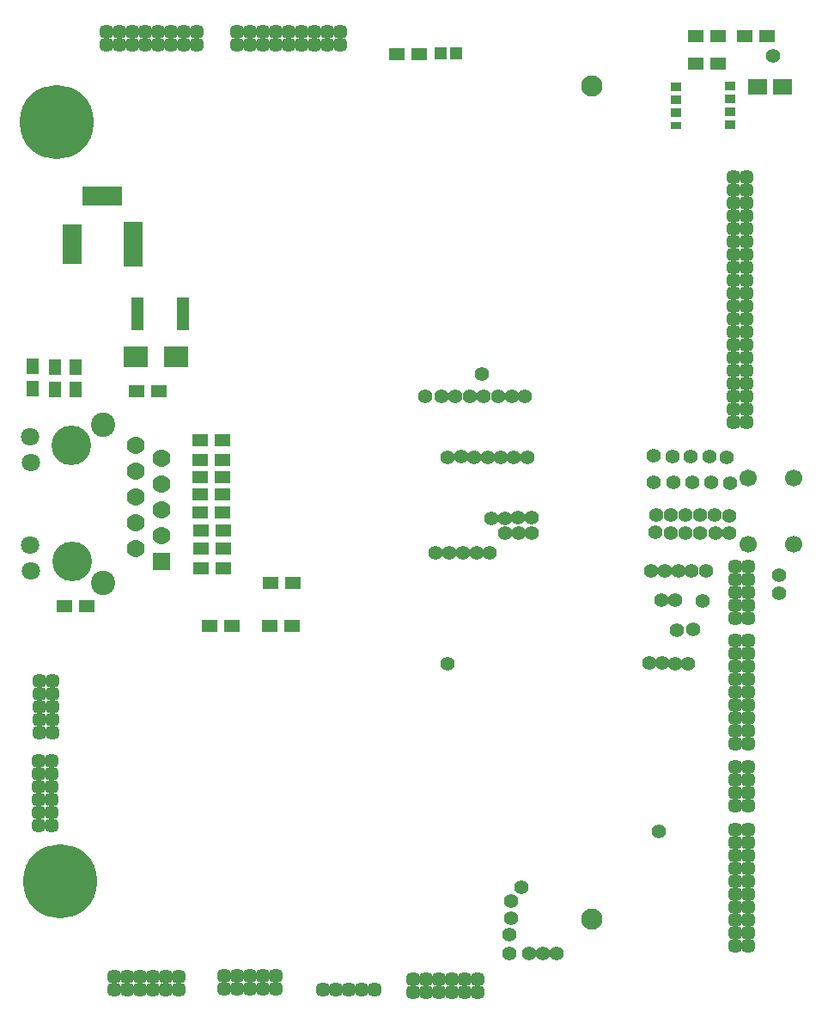
<source format=gbs>
G04 #@! TF.FileFunction,Soldermask,Bot*
%FSLAX46Y46*%
G04 Gerber Fmt 4.6, Leading zero omitted, Abs format (unit mm)*
G04 Created by KiCad (PCBNEW 4.0.3-stable) date 11/18/16 20:14:28*
%MOMM*%
%LPD*%
G01*
G04 APERTURE LIST*
%ADD10C,0.150000*%
%ADD11C,1.400000*%
%ADD12C,7.300000*%
%ADD13C,2.100000*%
%ADD14R,1.900000X3.900000*%
%ADD15R,3.900000X1.900000*%
%ADD16R,1.900000X4.400000*%
%ADD17R,1.289000X3.321000*%
%ADD18C,1.450000*%
%ADD19C,1.770000*%
%ADD20C,3.900000*%
%ADD21C,2.400000*%
%ADD22C,1.800000*%
%ADD23R,1.770000X1.770000*%
%ADD24R,1.197560X1.197560*%
%ADD25R,1.100000X0.820000*%
%ADD26R,1.100000X0.800000*%
%ADD27C,1.700000*%
%ADD28R,1.600000X1.300000*%
%ADD29R,1.300000X1.600000*%
%ADD30R,1.900000X1.650000*%
%ADD31R,2.400000X2.000000*%
G04 APERTURE END LIST*
D10*
D11*
X281694200Y-107347920D03*
D12*
X211074000Y-113792000D03*
D13*
X263870000Y-192290000D03*
X263870000Y-110290000D03*
D12*
X211455000Y-188595000D03*
D14*
X212582500Y-125812400D03*
D15*
X215582500Y-121112400D03*
D16*
X218582500Y-125812400D03*
D17*
X223499680Y-132679440D03*
X219054680Y-132679440D03*
D18*
X224866200Y-106248200D03*
X223596200Y-106248200D03*
X222326200Y-106248200D03*
X221056200Y-106248200D03*
X219786200Y-106248200D03*
X218516200Y-106248200D03*
X217246200Y-106248200D03*
X215976200Y-106248200D03*
X215976200Y-104978200D03*
X217246200Y-104978200D03*
X218516200Y-104978200D03*
X219786200Y-104978200D03*
X224866200Y-104978200D03*
X223596200Y-104978200D03*
X222326200Y-104978200D03*
X221056200Y-104978200D03*
D19*
X218903000Y-145697500D03*
X221413000Y-146967500D03*
D20*
X212563000Y-145697500D03*
X212573000Y-157132500D03*
D19*
X218883000Y-148237500D03*
X221413000Y-149507500D03*
X218883000Y-150777500D03*
X221423000Y-152047500D03*
X218883000Y-153317500D03*
X221423000Y-154587500D03*
X218873000Y-155857500D03*
D21*
X215623000Y-143667500D03*
X215613000Y-159167500D03*
D22*
X208483000Y-155507500D03*
X208493000Y-144797500D03*
X208503000Y-158047500D03*
X208503000Y-147337500D03*
D23*
X221423000Y-157127500D03*
D18*
X279247600Y-164896800D03*
X279247600Y-166166800D03*
X279247600Y-167436800D03*
X279247600Y-168706800D03*
X279247600Y-169976800D03*
X279247600Y-171246800D03*
X279247600Y-172516800D03*
X279247600Y-173786800D03*
X279247600Y-175056800D03*
X277977600Y-175056800D03*
X277977600Y-173786800D03*
X277977600Y-172516800D03*
X277977600Y-171246800D03*
X277977600Y-169976800D03*
X277977600Y-164896800D03*
X277977600Y-166166800D03*
X277977600Y-167436800D03*
X277977600Y-168706800D03*
X239039400Y-104952800D03*
X237769400Y-104952800D03*
X236499400Y-104952800D03*
X235229400Y-104952800D03*
X233959400Y-104952800D03*
X232689400Y-104952800D03*
X231419400Y-104952800D03*
X230149400Y-104952800D03*
X228879400Y-104952800D03*
X228879400Y-106222800D03*
X230149400Y-106222800D03*
X231419400Y-106222800D03*
X232689400Y-106222800D03*
X233959400Y-106222800D03*
X239039400Y-106222800D03*
X237769400Y-106222800D03*
X236499400Y-106222800D03*
X235229400Y-106222800D03*
X209321400Y-176707800D03*
X209321400Y-177977800D03*
X209321400Y-179247800D03*
X209321400Y-180517800D03*
X209321400Y-181787800D03*
X209321400Y-183057800D03*
X210591400Y-183057800D03*
X210591400Y-181787800D03*
X210591400Y-176707800D03*
X210591400Y-177977800D03*
X210591400Y-179247800D03*
X210591400Y-180517800D03*
X223062800Y-199237600D03*
X221792800Y-199237600D03*
X220522800Y-199237600D03*
X219252800Y-199237600D03*
X217982800Y-199237600D03*
X216712800Y-199237600D03*
X216712800Y-197967600D03*
X217982800Y-197967600D03*
X223062800Y-197967600D03*
X221792800Y-197967600D03*
X220522800Y-197967600D03*
X219252800Y-197967600D03*
X252603000Y-199517000D03*
X251333000Y-199517000D03*
X250063000Y-199517000D03*
X248793000Y-199517000D03*
X247523000Y-199517000D03*
X246253000Y-199517000D03*
X246253000Y-198247000D03*
X247523000Y-198247000D03*
X252603000Y-198247000D03*
X251333000Y-198247000D03*
X250063000Y-198247000D03*
X248793000Y-198247000D03*
X279095200Y-119227600D03*
X279095200Y-120497600D03*
X279095200Y-121767600D03*
X279095200Y-123037600D03*
X279095200Y-124307600D03*
X279095200Y-125577600D03*
X279095200Y-126847600D03*
X279095200Y-128117600D03*
X279095200Y-129387600D03*
X279095200Y-130657600D03*
X279095200Y-131927600D03*
X279095200Y-133197600D03*
X279095200Y-134467600D03*
X279095200Y-135737600D03*
X279095200Y-137007600D03*
X279095200Y-138277600D03*
X279095200Y-139547600D03*
X279095200Y-140817600D03*
X279095200Y-142087600D03*
X279095200Y-143357600D03*
X277825200Y-131927600D03*
X277825200Y-133197600D03*
X277825200Y-134467600D03*
X277825200Y-135737600D03*
X277825200Y-137007600D03*
X277825200Y-138277600D03*
X277825200Y-139547600D03*
X277825200Y-140817600D03*
X277825200Y-142087600D03*
X277825200Y-143357600D03*
X277825200Y-130657600D03*
X277825200Y-129387600D03*
X277825200Y-128117600D03*
X277825200Y-126847600D03*
X277825200Y-125577600D03*
X277825200Y-124307600D03*
X277825200Y-119227600D03*
X277825200Y-120497600D03*
X277825200Y-121767600D03*
X277825200Y-123037600D03*
X279273000Y-162661600D03*
X279273000Y-161391600D03*
X279273000Y-160121600D03*
X279273000Y-158851600D03*
X279273000Y-157581600D03*
X278003000Y-157581600D03*
X278003000Y-162661600D03*
X278003000Y-161391600D03*
X278003000Y-160121600D03*
X278003000Y-158851600D03*
X278003000Y-177292000D03*
X278003000Y-178562000D03*
X278003000Y-179832000D03*
X278003000Y-181102000D03*
X279273000Y-177292000D03*
X279273000Y-178562000D03*
X279273000Y-179832000D03*
X279273000Y-181102000D03*
D11*
X272050000Y-160900000D03*
X270690000Y-160910000D03*
X273670000Y-158050000D03*
X275070000Y-158050000D03*
X273780000Y-163810000D03*
X274740000Y-160960000D03*
X252980000Y-138650000D03*
X282290000Y-160230000D03*
X272340000Y-158060000D03*
X271000000Y-158060000D03*
X269650000Y-158050000D03*
X277380000Y-154260000D03*
X276020000Y-154280000D03*
X274540000Y-154260000D03*
X273050000Y-154280000D03*
X271590000Y-154260000D03*
X256610000Y-154310000D03*
X257920000Y-154310000D03*
X257880000Y-152800000D03*
X256580000Y-152800000D03*
X282290000Y-158470000D03*
X272190000Y-163840000D03*
X270440000Y-183700000D03*
X269514800Y-167077600D03*
X270774800Y-167097600D03*
X272054800Y-167127600D03*
X273324800Y-167127600D03*
X270080000Y-154180000D03*
X249630000Y-167160000D03*
X248390000Y-156260000D03*
X249810000Y-156250000D03*
X251140000Y-156240000D03*
X252450000Y-156250000D03*
X253720000Y-156230000D03*
X255300000Y-154270000D03*
X255290000Y-152850000D03*
X253920000Y-152870000D03*
X249590000Y-146820000D03*
X250930000Y-146800000D03*
X252250000Y-146810000D03*
X253570000Y-146820000D03*
X254870000Y-146820000D03*
X256160000Y-146830000D03*
X257450000Y-146810000D03*
X247400000Y-140870000D03*
X249010000Y-140850000D03*
X250390000Y-140860000D03*
X251800000Y-140850000D03*
X253170000Y-140820000D03*
X254570000Y-140840000D03*
X255940000Y-140810000D03*
X257230000Y-140810000D03*
X256920000Y-189170000D03*
X270180000Y-152500000D03*
X271600000Y-152500000D03*
X273050000Y-152530000D03*
X274490000Y-152520000D03*
X275950000Y-152540000D03*
X277410000Y-152590000D03*
X269920400Y-149293800D03*
X271850400Y-149313800D03*
X273740400Y-149313800D03*
X275600400Y-149323800D03*
X277440400Y-149393800D03*
X269902200Y-146670000D03*
X271752200Y-146740000D03*
X255910000Y-190530000D03*
X255850000Y-192250000D03*
X255680000Y-193850000D03*
X255680000Y-195710000D03*
X257610000Y-195730000D03*
X260400000Y-195710000D03*
X258980000Y-195730000D03*
X273582200Y-146780000D03*
X275442200Y-146800000D03*
X277122200Y-146850000D03*
D24*
X250441460Y-107083860D03*
X248942860Y-107083860D03*
D25*
X277435500Y-110308000D03*
X277435500Y-111578000D03*
X277435500Y-112848000D03*
X277435500Y-114118000D03*
D26*
X272115500Y-114128000D03*
D25*
X272115500Y-112858000D03*
X272115500Y-111588000D03*
X272115500Y-110318000D03*
D27*
X283730000Y-148870000D03*
X283730000Y-155370000D03*
X279230000Y-148870000D03*
X279230000Y-155370000D03*
D18*
X279273000Y-183540400D03*
X279273000Y-184810400D03*
X279273000Y-186080400D03*
X279273000Y-187350400D03*
X279273000Y-188620400D03*
X279273000Y-189890400D03*
X279273000Y-191160400D03*
X279273000Y-192430400D03*
X279273000Y-193700400D03*
X279273000Y-194970400D03*
X278003000Y-194970400D03*
X278003000Y-193700400D03*
X278003000Y-192430400D03*
X278003000Y-191160400D03*
X278003000Y-189890400D03*
X278003000Y-188620400D03*
X278003000Y-183540400D03*
X278003000Y-184810400D03*
X278003000Y-186080400D03*
X278003000Y-187350400D03*
X237286800Y-199237600D03*
X242366800Y-199237600D03*
X241096800Y-199237600D03*
X239826800Y-199237600D03*
X238556800Y-199237600D03*
X232638600Y-199212200D03*
X231368600Y-199212200D03*
X230098600Y-199212200D03*
X228828600Y-199212200D03*
X227558600Y-199212200D03*
X227558600Y-197942200D03*
X232638600Y-197942200D03*
X231368600Y-197942200D03*
X230098600Y-197942200D03*
X228828600Y-197942200D03*
X209397600Y-168859200D03*
X209397600Y-170129200D03*
X209397600Y-171399200D03*
X209397600Y-172669200D03*
X209397600Y-173939200D03*
X210667600Y-173939200D03*
X210667600Y-168859200D03*
X210667600Y-170129200D03*
X210667600Y-171399200D03*
X210667600Y-172669200D03*
D28*
X234332960Y-159214820D03*
X232132960Y-159214820D03*
X234302480Y-163451540D03*
X232102480Y-163451540D03*
X228353800Y-163410900D03*
X226153800Y-163410900D03*
X227449560Y-150512780D03*
X225249560Y-150512780D03*
D29*
X212958680Y-140137060D03*
X212958680Y-137937060D03*
D28*
X218991000Y-140362940D03*
X221191000Y-140362940D03*
X227500360Y-157731460D03*
X225300360Y-157731460D03*
X227401300Y-148805900D03*
X225201300Y-148805900D03*
X274078520Y-108071920D03*
X276278520Y-108071920D03*
D29*
X210921600Y-140137060D03*
X210921600Y-137937060D03*
D28*
X274042960Y-105323640D03*
X276242960Y-105323640D03*
D29*
X208681320Y-140106580D03*
X208681320Y-137906580D03*
D28*
X246799280Y-107175300D03*
X244599280Y-107175300D03*
X227474960Y-155816300D03*
X225274960Y-155816300D03*
X227495280Y-154023060D03*
X225295280Y-154023060D03*
X227454640Y-152260300D03*
X225254640Y-152260300D03*
X211879000Y-161467800D03*
X214079000Y-161467800D03*
X227414000Y-145122900D03*
X225214000Y-145122900D03*
X227426700Y-147091400D03*
X225226700Y-147091400D03*
X281089280Y-105346500D03*
X278889280Y-105346500D03*
D30*
X280133740Y-110357920D03*
X282633740Y-110357920D03*
D31*
X218865700Y-136956800D03*
X222865700Y-136956800D03*
M02*

</source>
